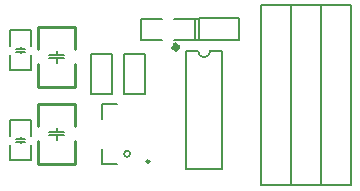
<source format=gto>
G04*
G04 #@! TF.GenerationSoftware,Altium Limited,Altium Designer,22.2.1 (43)*
G04*
G04 Layer_Color=65535*
%FSTAX25Y25*%
%MOIN*%
G70*
G04*
G04 #@! TF.SameCoordinates,CAACB314-B994-4A0E-AD61-3740CE87C19C*
G04*
G04*
G04 #@! TF.FilePolarity,Positive*
G04*
G01*
G75*
%ADD10C,0.01968*%
%ADD11C,0.00800*%
%ADD12C,0.00591*%
%ADD13C,0.00984*%
%ADD14C,0.01000*%
%ADD15C,0.00600*%
%ADD16C,0.00787*%
D10*
X0057282Y-001D02*
G03*
X0057282Y-001I-0000608J0D01*
G01*
D11*
X0064173Y-0011315D02*
G03*
X0066173Y-0013315I0002J0D01*
G01*
X0066173Y-0013315D02*
G03*
X0068173Y-0011315I0J0002D01*
G01*
X0060173Y-0011315D02*
X0064173D01*
X0068173D02*
X0072173D01*
X00086Y-0017693D02*
Y-00125D01*
Y-00095D02*
Y-0004307D01*
X00014Y-00095D02*
Y-0004307D01*
Y-0017693D02*
Y-00125D01*
Y-0017693D02*
X00086D01*
X00014Y-0004307D02*
X00086D01*
X00014Y-00395D02*
Y-0034307D01*
Y-0047693D02*
Y-00425D01*
X00086Y-0047693D02*
Y-00425D01*
Y-00395D02*
Y-0034307D01*
X00014D02*
X00086D01*
X00014Y-0047693D02*
X00086D01*
X00394Y-0012307D02*
X00466D01*
Y-0025693D02*
Y-0012307D01*
X00394Y-0025693D02*
X00466D01*
X00394D02*
Y-0012307D01*
X00284Y-0025693D02*
X00356D01*
X00284D02*
Y-0012307D01*
X00356D01*
Y-0025693D02*
Y-0012307D01*
X0077693Y-00076D02*
Y-00004D01*
X0064307Y-00076D02*
X0077693D01*
X0064307D02*
Y-00004D01*
X0077693D01*
X0045Y-00005D02*
X0052D01*
X0045Y-00075D02*
Y-00005D01*
Y-00075D02*
X0052D01*
X0056Y-00005D02*
X00645D01*
Y-00075D02*
Y-00005D01*
X0056Y-00075D02*
X00645D01*
X0063D02*
Y-00005D01*
D12*
X00415Y-00455D02*
G03*
X00415Y-00455I-0001J0D01*
G01*
D13*
X0047941Y-0048055D02*
G03*
X0047941Y-0048055I-0000492J0D01*
G01*
D14*
X00107Y-0048839D02*
Y-00413D01*
Y-00363D02*
Y-0028761D01*
X00233Y-00363D02*
Y-0028761D01*
Y-0048839D02*
Y-00413D01*
X00107Y-0048839D02*
X00233D01*
X00107Y-0028761D02*
X00233D01*
Y-00107D02*
Y-0003161D01*
Y-0023239D02*
Y-00157D01*
X00107Y-0023239D02*
Y-00157D01*
Y-00107D02*
Y-0003161D01*
X00233D01*
X00107Y-0023239D02*
X00233D01*
D15*
X0017Y-00408D02*
Y-00393D01*
Y-00383D02*
Y-00368D01*
X00145Y-00383D02*
X00195D01*
X00145Y-00393D02*
X00195D01*
X0017Y-00127D02*
Y-00112D01*
Y-00152D02*
Y-00137D01*
X00145D02*
X00195D01*
X00145Y-00127D02*
X00195D01*
X0005Y-0012D02*
Y-00115D01*
Y-00105D02*
Y-001D01*
X00035Y-00105D02*
X00065D01*
X00035Y-00115D02*
X00065D01*
X0005Y-00405D02*
Y-004D01*
Y-0042D02*
Y-00415D01*
X00035D02*
X00065D01*
X00035Y-00405D02*
X00065D01*
D16*
X0060173Y-0050685D02*
Y-0011315D01*
X0072173Y-0050685D02*
Y-0011315D01*
X0060173Y-0050685D02*
X0072173D01*
X0032Y-0034D02*
Y-0029D01*
X0037D01*
X0032Y-0049D02*
Y-0044D01*
Y-0049D02*
X0037D01*
X0105Y-0056D02*
X0115D01*
X0105D02*
Y0004D01*
X0115Y-0056D02*
Y0004D01*
X0105D02*
X0115D01*
X0095Y-0056D02*
X0105D01*
X0095D02*
Y0004D01*
X0105Y-0056D02*
Y0004D01*
X0095D02*
X0105D01*
X0085Y-0056D02*
X0095D01*
X0085D02*
Y0004D01*
X0095Y-0056D02*
Y0004D01*
X0085D02*
X0095D01*
M02*

</source>
